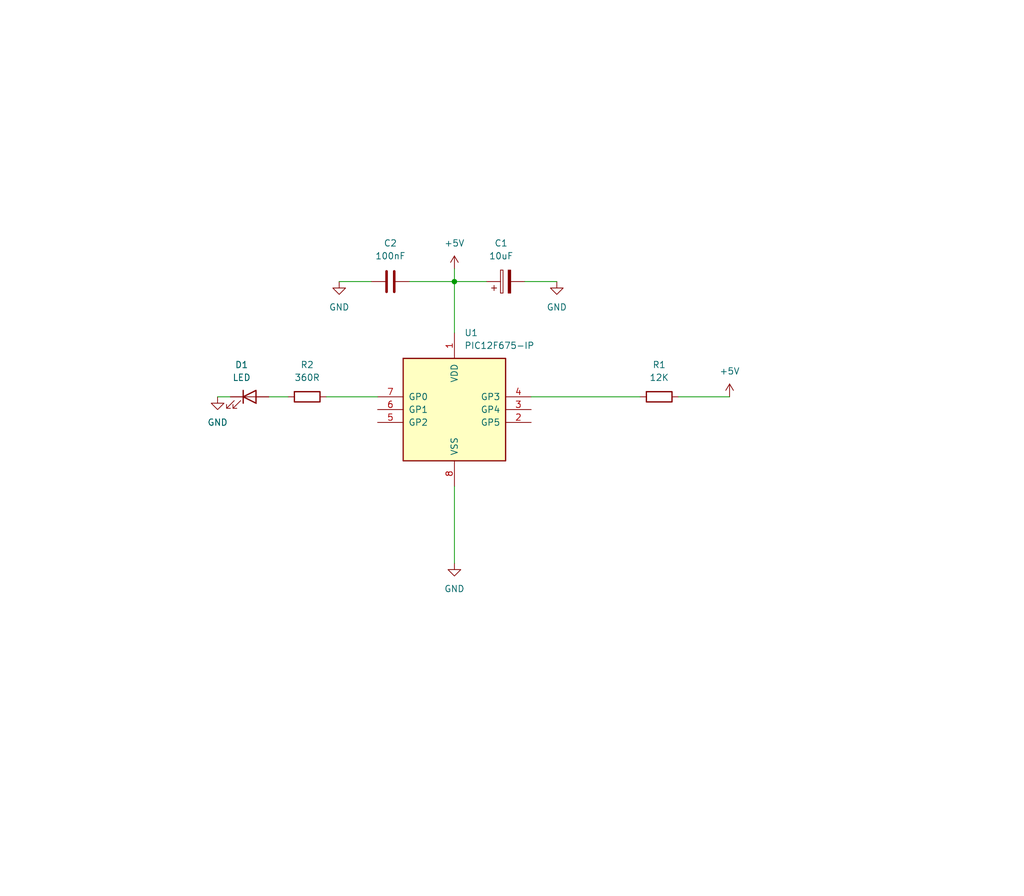
<source format=kicad_sch>
(kicad_sch (version 20230121) (generator eeschema)
  (paper "User" 203.2 177.8)
  (title_block (title "PIC16F628A for Beginners - 1") (company "Ricardo Lima Caratti") (comment 1 "A minimalist project to blink an LED using the PIC12F675. "))
  (lib_symbols
    (symbol "Device:C" (pin_numbers hide) (pin_names (offset 0.254))
      (property "Reference" "C" (at 0.635 2.54 0))
      (property "Value" "C" (at 0.635 -2.54 0))
      (symbol "C_0_1"
        (polyline (pts (xy -2.032 -0.762) (xy 2.032 -0.762)) (stroke (width 0.508)))
        (polyline (pts (xy -2.032 0.762) (xy 2.032 0.762)) (stroke (width 0.508)))
      )
      (symbol "C_1_1"
        (pin passive line (at 0 3.81 270) (length 2.794) (name "~") (number "1"))
        (pin passive line (at 0 -3.81 90) (length 2.794) (name "~") (number "2"))
      )
    )
    (symbol "Device:C_Polarized" (pin_numbers hide) (pin_names (offset 0.254))
      (property "Reference" "C" (at 0.635 2.54 0))
      (property "Value" "C_Polarized" (at 0.635 -2.54 0))
      (symbol "C_Polarized_0_1"
        (rectangle (start -2.286 0.508) (end 2.286 1.016))
        (polyline (pts (xy -1.778 2.286) (xy -0.762 2.286)))
        (polyline (pts (xy -1.27 2.794) (xy -1.27 1.778)))
        (rectangle (start 2.286 -0.508) (end -2.286 -1.016) (fill (type outline)))
      )
      (symbol "C_Polarized_1_1"
        (pin passive line (at 0 3.81 270) (length 2.794) (name "~") (number "1"))
        (pin passive line (at 0 -3.81 90) (length 2.794) (name "~") (number "2"))
      )
    )
    (symbol "Device:LED" (pin_numbers hide) (pin_names (offset 1.016) hide)
      (property "Reference" "D" (at 0 2.54 0))
      (property "Value" "LED" (at 0 -2.54 0))
      (symbol "LED_0_1"
        (polyline (pts (xy -1.27 -1.27) (xy -1.27 1.27)) (stroke (width 0.254)))
        (polyline (pts (xy -1.27 0) (xy 1.27 0)))
        (polyline (pts (xy 1.27 -1.27) (xy 1.27 1.27) (xy -1.27 0) (xy 1.27 -1.27)) (stroke (width 0.254)))
        (polyline (pts (xy -3.048 -0.762) (xy -4.572 -2.286) (xy -3.81 -2.286) (xy -4.572 -2.286) (xy -4.572 -1.524)))
        (polyline (pts (xy -1.778 -0.762) (xy -3.302 -2.286) (xy -2.54 -2.286) (xy -3.302 -2.286) (xy -3.302 -1.524)))
      )
      (symbol "LED_1_1"
        (pin passive line (at -3.81 0 0) (length 2.54) (name "K") (number "1"))
        (pin passive line (at 3.81 0 180) (length 2.54) (name "A") (number "2"))
      )
    )
    (symbol "Device:R" (pin_numbers hide) (pin_names (offset 0))
      (property "Reference" "R" (at 2.032 0 90))
      (property "Value" "R" (at 0 0 90))
      (symbol "R_0_1"
        (rectangle (start -1.016 -2.54) (end 1.016 2.54) (stroke (width 0.254)))
      )
      (symbol "R_1_1"
        (pin passive line (at 0 3.81 270) (length 1.27) (name "~") (number "1"))
        (pin passive line (at 0 -3.81 90) (length 1.27) (name "~") (number "2"))
      )
    )
    (symbol "MCU_Microchip_PIC12:PIC12F675-IP" (pin_names (offset 1.016))
      (property "Reference" "U" (at 1.27 13.97 0))
      (property "Value" "PIC12F675-IP" (at 1.27 11.43 0))
      (symbol "PIC12F675-IP_0_1"
        (rectangle (start 10.16 -10.16) (end -10.16 10.16) (stroke (width 0.254)) (fill (type background)))
      )
      (symbol "PIC12F675-IP_1_1"
        (pin power_in line (at 0 15.24 270) (length 5.08) (name "VDD") (number "1"))
        (pin bidirectional line (at 15.24 -2.54 180) (length 5.08) (name "GP5") (number "2"))
        (pin bidirectional line (at 15.24 0 180) (length 5.08) (name "GP4") (number "3"))
        (pin input line (at 15.24 2.54 180) (length 5.08) (name "GP3") (number "4"))
        (pin bidirectional line (at -15.24 -2.54 0) (length 5.08) (name "GP2") (number "5"))
        (pin bidirectional line (at -15.24 0 0) (length 5.08) (name "GP1") (number "6"))
        (pin bidirectional line (at -15.24 2.54 0) (length 5.08) (name "GP0") (number "7"))
        (pin power_in line (at 0 -15.24 90) (length 5.08) (name "VSS") (number "8"))
      )
    )
    (symbol "power:+5V" (power) (pin_names (offset 0))
      (property "Value" "+5V" (at 0 3.556 0))
      (symbol "+5V_0_1"
        (polyline (pts (xy -0.762 1.27) (xy 0 2.54)))
        (polyline (pts (xy 0 0) (xy 0 2.54)))
        (polyline (pts (xy 0 2.54) (xy 0.762 1.27)))
      )
      (symbol "+5V_1_1"
        (pin power_in line (at 0 0 90) (length 0) hide (name "+5V") (number "1"))
      )
    )
    (symbol "power:GND" (power) (pin_names (offset 0))
      (property "Value" "GND" (at 0 -3.81 0))
      (symbol "GND_0_1"
        (polyline (pts (xy 0 0) (xy 0 -1.27) (xy 1.27 -1.27) (xy 0 -2.54) (xy -1.27 -1.27) (xy 0 -1.27)))
      )
      (symbol "GND_1_1"
        (pin power_in line (at 0 0 270) (length 0) hide (name "GND") (number "1"))
      )
    )
  )
  (junction (at 90.17 55.88))
  (wire (pts (xy 90.17 55.88) (xy 96.52 55.88)))
  (wire (pts (xy 53.34 78.74) (xy 57.15 78.74)))
  (wire (pts (xy 104.14 55.88) (xy 110.49 55.88)))
  (wire (pts (xy 105.41 78.74) (xy 127 78.74)))
  (wire (pts (xy 90.17 55.88) (xy 90.17 66.04)))
  (wire (pts (xy 67.31 55.88) (xy 73.66 55.88)))
  (wire (pts (xy 45.72 78.74) (xy 43.18 78.74)))
  (wire (pts (xy 81.28 55.88) (xy 90.17 55.88)))
  (wire (pts (xy 90.17 96.52) (xy 90.17 111.76)))
  (wire (pts (xy 64.77 78.74) (xy 74.93 78.74)))
  (wire (pts (xy 134.62 78.74) (xy 144.78 78.74)))
  (wire (pts (xy 90.17 53.34) (xy 90.17 55.88)))
  (symbol (lib_id "power:+5V") (at 90.17 53.34 0) (unit 1)
    (property "Reference" "#PWR01" (effects hide))
    (property "Value" "+5V" (at 90.17 48.26 0))
  )
  (symbol (lib_id "MCU_Microchip_PIC12:PIC12F675-IP") (at 90.17 81.28 0) (unit 1)
    (property "Reference" "U1" (at 92.1259 66.04 0) (effects (justify left)))
    (property "Value" "PIC12F675-IP" (at 92.1259 68.58 0) (effects (justify left)))
    (property "Footprint" "Package_DIP:DIP-8_W7.62mm" (effects hide))
    (property "Datasheet" "http://ww1.microchip.com/downloads/en/DeviceDoc/41190G.pdf" (effects hide))
  )
  (symbol (lib_id "Device:R") (at 130.81 78.74 90) (unit 1)
    (property "Reference" "R1" (at 130.81 72.39 90))
    (property "Value" "12K" (at 130.81 74.93 90))
  )
  (symbol (lib_id "power:+5V") (at 144.78 78.74 0) (unit 1)
    (property "Reference" "#PWR04" (effects hide))
    (property "Value" "+5V" (at 144.78 73.66 0))
  )
  (symbol (lib_id "Device:R") (at 60.96 78.74 90) (unit 1)
    (property "Reference" "R2" (at 60.96 72.39 90))
    (property "Value" "360R" (at 60.96 74.93 90))
  )
  (symbol (lib_id "power:GND") (at 110.49 55.88 0) (unit 1)
    (property "Reference" "#PWR03" (effects hide))
    (property "Value" "GND" (at 110.49 60.96 0))
  )
  (symbol (lib_id "power:GND") (at 43.18 78.74 0) (unit 1)
    (property "Reference" "#PWR05" (effects hide))
    (property "Value" "GND" (at 43.18 83.82 0))
  )
  (symbol (lib_id "Device:C_Polarized") (at 100.33 55.88 90) (unit 1)
    (property "Reference" "C1" (at 99.441 48.26 90))
    (property "Value" "10uF" (at 99.441 50.8 90))
  )
  (symbol (lib_id "power:GND") (at 67.31 55.88 0) (unit 1)
    (property "Reference" "#PWR06" (effects hide))
    (property "Value" "GND" (at 67.31 60.96 0))
  )
  (symbol (lib_id "Device:LED") (at 49.53 78.74 0) (unit 1)
    (property "Reference" "D1" (at 47.9425 72.39 0))
    (property "Value" "LED" (at 47.9425 74.93 0))
  )
  (symbol (lib_id "power:GND") (at 90.17 111.76 0) (unit 1)
    (property "Reference" "#PWR02" (effects hide))
    (property "Value" "GND" (at 90.17 116.84 0))
  )
  (symbol (lib_id "Device:C") (at 77.47 55.88 90) (unit 1)
    (property "Reference" "C2" (at 77.47 48.26 90))
    (property "Value" "100nF" (at 77.47 50.8 90))
  )
)
</source>
